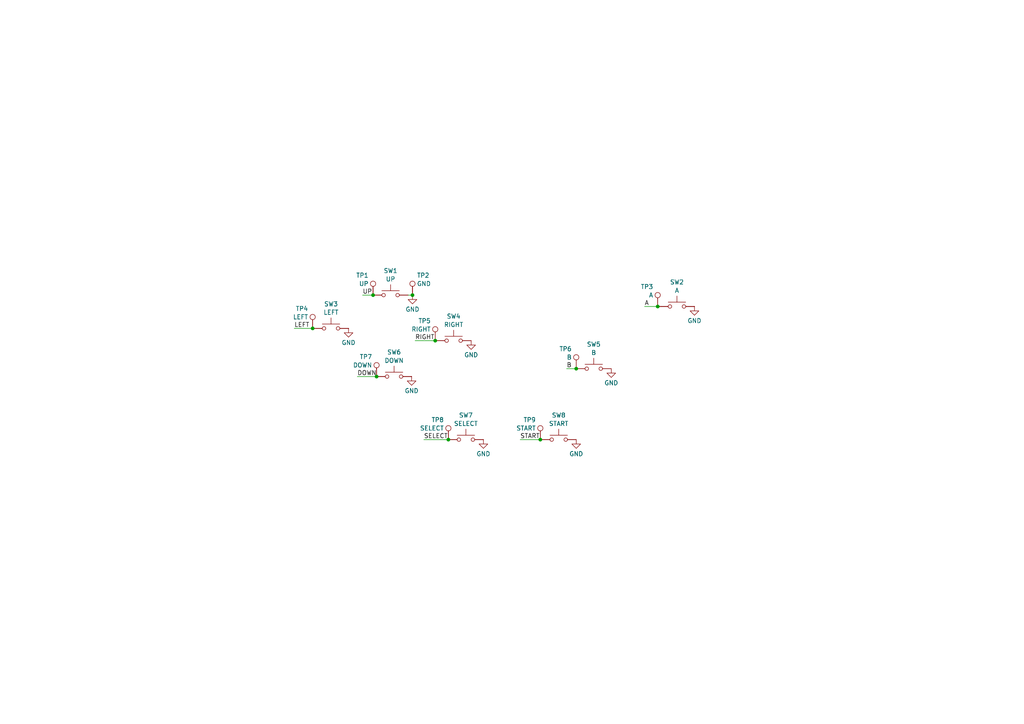
<source format=kicad_sch>
(kicad_sch (version 20231120) (generator "eeschema") (generator_version "8.0")
  (paper "A4")
  (lib_symbols
    (symbol "Connector:TestPoint" (pin_numbers hide) (pin_names (offset 0.762) hide)
      (property "Reference" "TP" (at 0 6.858 0))
      (property "Value" "TestPoint" (at 0 5.08 0))
      (symbol "TestPoint_0_1"
        (circle (center 0 3.302) (radius 0.762))
      )
      (symbol "TestPoint_1_1"
        (pin passive line (at 0 0 90) (length 2.54) (name "1") (number "1"))
      )
    )
    (symbol "Switch:SW_Push" (pin_numbers hide) (pin_names (offset 1.016) hide)
      (property "Reference" "SW" (at 1.27 2.54 0))
      (property "Value" "SW_Push" (at 0 -1.524 0))
      (symbol "SW_Push_0_1"
        (circle (center -2.032 0) (radius 0.508))
        (polyline (pts (xy 0 1.27) (xy 0 3.048)))
        (polyline (pts (xy 2.54 1.27) (xy -2.54 1.27)))
        (circle (center 2.032 0) (radius 0.508))
        (pin passive line (at -5.08 0 0) (length 2.54) (name "1") (number "1"))
        (pin passive line (at 5.08 0 180) (length 2.54) (name "2") (number "2"))
      )
    )
    (symbol "power:GND" (power) (pin_numbers hide) (pin_names (offset 0) hide)
      (property "Value" "GND" (at 0 -3.81 0))
      (symbol "GND_0_1"
        (polyline (pts (xy 0 0) (xy 0 -1.27) (xy 1.27 -1.27) (xy 0 -2.54) (xy -1.27 -1.27) (xy 0 -1.27)))
      )
      (symbol "GND_1_1"
        (pin power_in line (at 0 0 270) (length 0) (name "~") (number "1"))
      )
    )
  )
  (junction (at 119.634 85.598))
  (junction (at 108.204 85.598))
  (junction (at 156.718 127.508))
  (junction (at 109.22 109.22))
  (junction (at 190.754 88.9))
  (junction (at 126.238 98.806))
  (junction (at 167.132 106.934))
  (junction (at 90.678 95.25))
  (junction (at 130.048 127.508))
  (wire (pts (xy 120.396 98.806) (xy 126.238 98.806)))
  (wire (pts (xy 103.632 109.22) (xy 109.22 109.22)))
  (wire (pts (xy 85.344 95.25) (xy 90.678 95.25)))
  (wire (pts (xy 119.634 85.598) (xy 118.364 85.598)))
  (wire (pts (xy 150.876 127.508) (xy 156.718 127.508)))
  (wire (pts (xy 90.678 95.25) (xy 90.932 95.25)))
  (wire (pts (xy 156.718 127.508) (xy 156.972 127.508)))
  (wire (pts (xy 164.338 106.934) (xy 167.132 106.934)))
  (wire (pts (xy 126.238 98.806) (xy 126.492 98.806)))
  (wire (pts (xy 190.754 88.9) (xy 191.262 88.9)))
  (wire (pts (xy 122.936 127.508) (xy 130.048 127.508)))
  (wire (pts (xy 186.944 88.9) (xy 190.754 88.9)))
  (wire (pts (xy 105.156 85.598) (xy 108.204 85.598)))
  (label "LEFT" (at 85.344 95.25 0))
  (label "RIGHT" (at 120.396 98.806 0))
  (label "A" (at 186.944 88.9 0))
  (label "DOWN" (at 103.632 109.22 0))
  (label "START" (at 150.876 127.508 0))
  (label "UP" (at 105.156 85.598 0))
  (label "B" (at 164.338 106.934 0))
  (label "SELECT" (at 122.936 127.508 0))
  (symbol (lib_id "Connector:TestPoint") (at 126.238 98.806 0) (unit 1)
    (property "Reference" "TP5" (at 124.968 93.0797 0) (effects (justify right)))
    (property "Value" "RIGHT" (at 124.968 95.504 0) (effects (justify right)))
    (property "Footprint" "TestPoint:TestPoint_THTPad_D1.5mm_Drill0.7mm" (effects (hide yes)))
    (property "Description" "test point" (effects (hide yes)))
  )
  (symbol (lib_id "power:GND") (at 119.634 85.598 0) (unit 1)
    (property "Reference" "#PWR01" (effects (hide yes)))
    (property "Value" "GND" (at 119.634 89.7311 0))
    (property "Description" "Power symbol creates a global label with name \"GND\" , ground" (effects (hide yes)))
  )
  (symbol (lib_id "power:GND") (at 201.422 88.9 0) (unit 1)
    (property "Reference" "#PWR02" (effects (hide yes)))
    (property "Value" "GND" (at 201.422 93.0331 0))
    (property "Description" "Power symbol creates a global label with name \"GND\" , ground" (effects (hide yes)))
  )
  (symbol (lib_id "Switch:SW_Push") (at 172.212 106.934 0) (mirror y) (unit 1)
    (property "Reference" "SW5" (at 172.212 99.8685 0))
    (property "Value" "B" (at 172.212 102.2928 0))
    (property "Footprint" "Pocket_directional:AB MGB" (effects (hide yes)))
    (property "Description" "Push button switch, generic, two pins" (effects (hide yes)))
  )
  (symbol (lib_id "Switch:SW_Push") (at 96.012 95.25 0) (unit 1)
    (property "Reference" "SW3" (at 96.012 88.1845 0))
    (property "Value" "LEFT" (at 96.012 90.6088 0))
    (property "Footprint" "Pocket_directional:Dpad MGB" (effects (hide yes)))
    (property "Description" "Push button switch, generic, two pins" (effects (hide yes)))
  )
  (symbol (lib_id "Connector:TestPoint") (at 130.048 127.508 0) (unit 1)
    (property "Reference" "TP8" (at 128.778 121.7817 0) (effects (justify right)))
    (property "Value" "SELECT" (at 128.778 124.206 0) (effects (justify right)))
    (property "Footprint" "TestPoint:TestPoint_THTPad_D1.5mm_Drill0.7mm" (effects (hide yes)))
    (property "Description" "test point" (effects (hide yes)))
  )
  (symbol (lib_id "power:GND") (at 177.292 106.934 0) (unit 1)
    (property "Reference" "#PWR05" (effects (hide yes)))
    (property "Value" "GND" (at 177.292 111.0671 0))
    (property "Description" "Power symbol creates a global label with name \"GND\" , ground" (effects (hide yes)))
  )
  (symbol (lib_id "power:GND") (at 167.132 127.508 0) (unit 1)
    (property "Reference" "#PWR08" (effects (hide yes)))
    (property "Value" "GND" (at 167.132 131.6411 0))
    (property "Description" "Power symbol creates a global label with name \"GND\" , ground" (effects (hide yes)))
  )
  (symbol (lib_id "Connector:TestPoint") (at 108.204 85.598 0) (unit 1)
    (property "Reference" "TP1" (at 106.934 79.8717 0) (effects (justify right)))
    (property "Value" "UP" (at 106.934 82.296 0) (effects (justify right)))
    (property "Footprint" "TestPoint:TestPoint_THTPad_D1.5mm_Drill0.7mm" (effects (hide yes)))
    (property "Description" "test point" (effects (hide yes)))
  )
  (symbol (lib_id "Switch:SW_Push") (at 135.128 127.508 0) (mirror y) (unit 1)
    (property "Reference" "SW7" (at 135.128 120.4425 0))
    (property "Value" "SELECT" (at 135.128 122.8668 0))
    (property "Footprint" "Pocket_directional:Select MGB" (effects (hide yes)))
    (property "Description" "Push button switch, generic, two pins" (effects (hide yes)))
  )
  (symbol (lib_id "Connector:TestPoint") (at 167.132 106.934 0) (unit 1)
    (property "Reference" "TP6" (at 165.862 101.2077 0) (effects (justify right)))
    (property "Value" "B" (at 165.862 103.632 0) (effects (justify right)))
    (property "Footprint" "TestPoint:TestPoint_THTPad_D1.5mm_Drill0.7mm" (effects (hide yes)))
    (property "Description" "test point" (effects (hide yes)))
  )
  (symbol (lib_id "power:GND") (at 101.092 95.25 0) (unit 1)
    (property "Reference" "#PWR03" (effects (hide yes)))
    (property "Value" "GND" (at 101.092 99.3831 0))
    (property "Description" "Power symbol creates a global label with name \"GND\" , ground" (effects (hide yes)))
  )
  (symbol (lib_id "Connector:TestPoint") (at 190.754 88.9 0) (unit 1)
    (property "Reference" "TP3" (at 189.484 83.1737 0) (effects (justify right)))
    (property "Value" "A" (at 189.484 85.598 0) (effects (justify right)))
    (property "Footprint" "TestPoint:TestPoint_THTPad_D1.5mm_Drill0.7mm" (effects (hide yes)))
    (property "Description" "test point" (effects (hide yes)))
  )
  (symbol (lib_id "power:GND") (at 119.38 109.22 0) (unit 1)
    (property "Reference" "#PWR06" (effects (hide yes)))
    (property "Value" "GND" (at 119.38 113.3531 0))
    (property "Description" "Power symbol creates a global label with name \"GND\" , ground" (effects (hide yes)))
  )
  (symbol (lib_id "Connector:TestPoint") (at 109.22 109.22 0) (unit 1)
    (property "Reference" "TP7" (at 107.95 103.4937 0) (effects (justify right)))
    (property "Value" "DOWN" (at 107.95 105.918 0) (effects (justify right)))
    (property "Footprint" "TestPoint:TestPoint_THTPad_D1.5mm_Drill0.7mm" (effects (hide yes)))
    (property "Description" "test point" (effects (hide yes)))
  )
  (symbol (lib_id "Connector:TestPoint") (at 156.718 127.508 0) (unit 1)
    (property "Reference" "TP9" (at 155.448 121.7817 0) (effects (justify right)))
    (property "Value" "START" (at 155.448 124.206 0) (effects (justify right)))
    (property "Footprint" "TestPoint:TestPoint_THTPad_D1.5mm_Drill0.7mm" (effects (hide yes)))
    (property "Description" "test point" (effects (hide yes)))
  )
  (symbol (lib_id "Switch:SW_Push") (at 196.342 88.9 0) (mirror y) (unit 1)
    (property "Reference" "SW2" (at 196.342 81.8345 0))
    (property "Value" "A" (at 196.342 84.2588 0))
    (property "Footprint" "Pocket_directional:AB MGB" (effects (hide yes)))
    (property "Description" "Push button switch, generic, two pins" (effects (hide yes)))
  )
  (symbol (lib_id "Connector:TestPoint") (at 119.634 85.598 0) (mirror y) (unit 1)
    (property "Reference" "TP2" (at 120.904 79.8717 0) (effects (justify right)))
    (property "Value" "GND" (at 120.904 82.296 0) (effects (justify right)))
    (property "Footprint" "TestPoint:TestPoint_THTPad_D1.5mm_Drill0.7mm" (effects (hide yes)))
    (property "Description" "test point" (effects (hide yes)))
  )
  (symbol (lib_id "power:GND") (at 140.208 127.508 0) (unit 1)
    (property "Reference" "#PWR07" (effects (hide yes)))
    (property "Value" "GND" (at 140.208 131.6411 0))
    (property "Description" "Power symbol creates a global label with name \"GND\" , ground" (effects (hide yes)))
  )
  (symbol (lib_id "power:GND") (at 136.652 98.806 0) (unit 1)
    (property "Reference" "#PWR04" (effects (hide yes)))
    (property "Value" "GND" (at 136.652 102.9391 0))
    (property "Description" "Power symbol creates a global label with name \"GND\" , ground" (effects (hide yes)))
  )
  (symbol (lib_id "Switch:SW_Push") (at 114.3 109.22 0) (mirror y) (unit 1)
    (property "Reference" "SW6" (at 114.3 102.1545 0))
    (property "Value" "DOWN" (at 114.3 104.5788 0))
    (property "Footprint" "Pocket_directional:Dpad MGB" (effects (hide yes)))
    (property "Description" "Push button switch, generic, two pins" (effects (hide yes)))
  )
  (symbol (lib_id "Switch:SW_Push") (at 113.284 85.598 0) (unit 1)
    (property "Reference" "SW1" (at 113.284 78.5325 0))
    (property "Value" "UP" (at 113.284 80.9568 0))
    (property "Footprint" "Pocket_directional:Dpad MGB" (effects (hide yes)))
    (property "Description" "Push button switch, generic, two pins" (effects (hide yes)))
  )
  (symbol (lib_id "Switch:SW_Push") (at 131.572 98.806 0) (mirror y) (unit 1)
    (property "Reference" "SW4" (at 131.572 91.7405 0))
    (property "Value" "RIGHT" (at 131.572 94.1648 0))
    (property "Footprint" "Pocket_directional:Dpad MGB" (effects (hide yes)))
    (property "Description" "Push button switch, generic, two pins" (effects (hide yes)))
  )
  (symbol (lib_id "Connector:TestPoint") (at 90.678 95.25 0) (unit 1)
    (property "Reference" "TP4" (at 89.408 89.5237 0) (effects (justify right)))
    (property "Value" "LEFT" (at 89.408 91.948 0) (effects (justify right)))
    (property "Footprint" "TestPoint:TestPoint_THTPad_D1.5mm_Drill0.7mm" (effects (hide yes)))
    (property "Description" "test point" (effects (hide yes)))
  )
  (symbol (lib_id "Switch:SW_Push") (at 162.052 127.508 0) (mirror y) (unit 1)
    (property "Reference" "SW8" (at 162.052 120.4425 0))
    (property "Value" "START" (at 162.052 122.8668 0))
    (property "Footprint" "Pocket_directional:Start MGB" (effects (hide yes)))
    (property "Description" "Push button switch, generic, two pins" (effects (hide yes)))
  )
)
</source>
